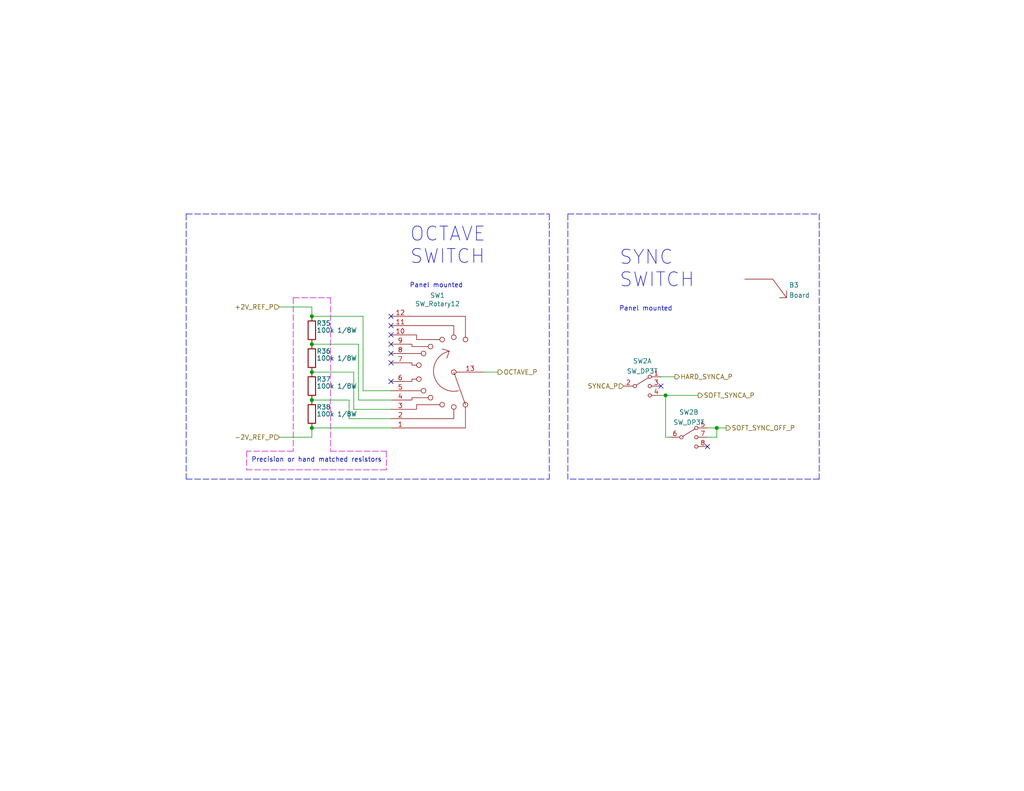
<source format=kicad_sch>
(kicad_sch (version 20211123) (generator eeschema)
  (paper "USLetter")
  (title_block (title "Sidekick VCO") (date "2022-01-30") (company "Rich Holmes / Analog Output") (comment 1 "or neighboring rights to this work. Published from United States.") (comment 2 "To the extent possible under law, Richard Holmes has waived all copyright and related ") (comment 3 "Partly based on designs by Kassutronics, Thomas Henry, and LMNC"))
  (lib_symbols
    (symbol "SW_DP3T_1" (pin_names (offset 0) hide)
      (property "Reference" "SW2" (at 0 6.8367 0))
      (property "Value" "SW_DP3T_1" (at 0 4.0616 0))
      (symbol "SW_DP3T_1_0_1"
        (circle (center -2.032 0) (radius 0.4572))
        (polyline (pts (xy -1.651 0.254) (xy 1.651 2.286)))
        (circle (center 2.032 -2.54) (radius 0.4572))
        (circle (center 2.032 0) (radius 0.4572))
        (circle (center 2.032 2.54) (radius 0.4572))
      )
      (symbol "SW_DP3T_1_1_1"
        (pin passive line (at 5.08 2.54 180) (length 2.54) (name "1") (number "1"))
        (pin passive line (at -5.08 0 0) (length 2.54) (name "2") (number "2"))
        (pin passive line (at 5.08 0 180) (length 2.54) (name "3") (number "3"))
        (pin passive line (at 5.08 -2.54 180) (length 2.54) (name "4") (number "4"))
      )
      (symbol "SW_DP3T_1_2_1"
        (pin passive line (at 5.08 2.54 180) (length 2.54) (name "5") (number "5"))
        (pin passive line (at -5.08 0 0) (length 2.54) (name "6") (number "6"))
        (pin passive line (at 5.08 0 180) (length 2.54) (name "7") (number "7"))
        (pin passive line (at 5.08 -2.54 180) (length 2.54) (name "8") (number "8"))
      )
    )
    (symbol "ao_symbols:Board" (pin_names (offset 1.016))
      (property "Reference" "B" (at 1.27 3.81 0))
      (property "Value" "Board" (at -3.175 3.81 0))
      (symbol "Board_0_1"
        (polyline (pts (xy 5.08 -2.54) (xy 3.175 -2.54)))
        (polyline (pts (xy -6.35 2.54) (xy 1.27 2.54) (xy 5.08 -2.54) (xy 5.08 -0.635)))
      )
    )
    (symbol "ao_symbols:R" (pin_numbers hide) (pin_names (offset 0))
      (property "Reference" "R" (at 2.032 0 90))
      (property "Value" "R" (at 0 0 90))
      (symbol "R_0_1"
        (rectangle (start -1.016 -2.54) (end 1.016 2.54) (stroke (width 0.254)))
      )
      (symbol "R_1_1"
        (pin passive line (at 0 3.81 270) (length 1.27) (name "~") (number "1"))
        (pin passive line (at 0 -3.81 90) (length 1.27) (name "~") (number "2"))
      )
    )
    (symbol "ao_symbols:SW_Rotary12" (pin_names (offset 1.016) hide)
      (property "Reference" "SW" (at 0 17.78 0))
      (property "Value" "SW_Rotary12" (at 0 -17.78 0))
      (symbol "SW_Rotary12_0_0"
        (circle (center -10.16 -8.89) (radius 0.635))
        (circle (center -10.16 8.89) (radius 0.635))
        (circle (center -6.985 -9.525) (radius 0.635))
        (circle (center -6.985 0) (radius 0.635))
        (circle (center -6.985 9.525) (radius 0.635))
        (arc (start -5.715 -5.715) (mid -1.6023 0.949) (end -8.255 5.08))
        (circle (center -3.81 -8.89) (radius 0.635))
        (circle (center -3.81 8.89) (radius 0.635))
        (circle (center -0.635 -6.985) (radius 0.635))
        (circle (center -0.635 6.985) (radius 0.635))
        (polyline (pts (xy -6.985 0) (xy -10.16 8.89)))
        (polyline (pts (xy -5.715 -5.715) (xy -5.08 -3.81)))
        (polyline (pts (xy -5.715 -5.715) (xy -3.81 -6.35)))
        (polyline (pts (xy 1.905 -5.08) (xy 5.08 -5.08)))
        (polyline (pts (xy 1.905 5.08) (xy 5.08 5.08)))
        (polyline (pts (xy -10.16 -9.525) (xy -10.16 -15.24) (xy 5.08 -15.24)))
        (polyline (pts (xy -10.16 9.525) (xy -10.16 15.24) (xy 5.08 15.24)))
        (polyline (pts (xy -6.985 -10.16) (xy -6.985 -12.7) (xy 5.08 -12.7)))
        (polyline (pts (xy -6.985 10.16) (xy -6.985 12.7) (xy 5.08 12.7)))
        (polyline (pts (xy -3.175 -8.89) (xy 3.175 -8.89) (xy 3.175 -10.16) (xy 5.08 -10.16)))
        (polyline (pts (xy -3.175 8.89) (xy 3.175 8.89) (xy 3.175 10.16) (xy 5.08 10.16)))
        (polyline (pts (xy 0 -6.985) (xy 4.445 -6.985) (xy 4.445 -7.62) (xy 5.08 -7.62)))
        (polyline (pts (xy 0 6.985) (xy 4.445 6.985) (xy 4.445 7.62) (xy 5.08 7.62)))
        (polyline (pts (xy 3.175 -1.905) (xy 4.445 -1.905) (xy 4.445 -2.54) (xy 5.08 -2.54)))
        (polyline (pts (xy 3.175 1.905) (xy 4.445 1.905) (xy 4.445 2.54) (xy 5.08 2.54)))
        (circle (center 1.27 -5.08) (radius 0.635))
        (circle (center 1.27 5.08) (radius 0.635))
        (circle (center 2.54 -1.905) (radius 0.635))
        (circle (center 2.54 1.905) (radius 0.635))
      )
      (symbol "SW_Rotary12_0_1"
        (pin passive line (at 10.16 15.24 180) (length 5.08) (name "1") (number "1"))
        (pin passive line (at 10.16 -10.16 180) (length 5.08) (name "10") (number "10"))
        (pin passive line (at 10.16 -12.7 180) (length 5.08) (name "11") (number "11"))
        (pin passive line (at 10.16 -15.24 180) (length 5.08) (name "12") (number "12"))
        (pin passive line (at -15.24 0 0) (length 7.62) (name "13") (number "13"))
        (pin passive line (at 10.16 12.7 180) (length 5.08) (name "2") (number "2"))
        (pin passive line (at 10.16 10.16 180) (length 5.08) (name "3") (number "3"))
        (pin passive line (at 10.16 7.62 180) (length 5.08) (name "4") (number "4"))
        (pin passive line (at 10.16 5.08 180) (length 5.08) (name "5") (number "5"))
        (pin passive line (at 10.16 2.54 180) (length 5.08) (name "6") (number "6"))
        (pin passive line (at 10.16 -2.54 180) (length 5.08) (name "7") (number "7"))
        (pin passive line (at 10.16 -5.08 180) (length 5.08) (name "8") (number "8"))
        (pin passive line (at 10.16 -7.62 180) (length 5.08) (name "9") (number "9"))
      )
    )
    (symbol "herovco:SW_DP3T" (pin_names (offset 0) hide)
      (property "Reference" "SW2" (at 0 6.8367 0))
      (property "Value" "SW_DP3T" (at 0 4.0616 0))
      (symbol "SW_DP3T_0_1"
        (circle (center -2.032 0) (radius 0.4572))
        (polyline (pts (xy -1.651 0.254) (xy 1.651 2.286)))
        (circle (center 2.032 -2.54) (radius 0.4572))
        (circle (center 2.032 0) (radius 0.4572))
        (circle (center 2.032 2.54) (radius 0.4572))
      )
      (symbol "SW_DP3T_1_1"
        (pin passive line (at 5.08 2.54 180) (length 2.54) (name "1") (number "1"))
        (pin passive line (at -5.08 0 0) (length 2.54) (name "2") (number "2"))
        (pin passive line (at 5.08 0 180) (length 2.54) (name "3") (number "3"))
        (pin passive line (at 5.08 -2.54 180) (length 2.54) (name "4") (number "4"))
      )
      (symbol "SW_DP3T_2_1"
        (pin passive line (at 5.08 2.54 180) (length 2.54) (name "5") (number "5"))
        (pin passive line (at -5.08 0 0) (length 2.54) (name "6") (number "6"))
        (pin passive line (at 5.08 0 180) (length 2.54) (name "7") (number "7"))
        (pin passive line (at 5.08 -2.54 180) (length 2.54) (name "8") (number "8"))
      )
    )
  )
  (junction (at 85.09 109.22))
  (junction (at 181.61 107.95))
  (junction (at 85.09 93.98))
  (junction (at 85.09 101.6))
  (junction (at 85.09 86.36))
  (junction (at 195.58 116.84))
  (junction (at 85.09 116.84))
  (no_connect (at 193.04 121.92))
  (no_connect (at 106.68 93.98))
  (no_connect (at 106.68 88.9))
  (no_connect (at 106.68 91.44))
  (no_connect (at 106.68 86.36))
  (no_connect (at 106.68 104.14))
  (no_connect (at 106.68 96.52))
  (no_connect (at 106.68 99.06))
  (no_connect (at 180.34 105.41))
  (wire (pts (xy 76.2 83.82) (xy 85.09 83.82)))
  (polyline (pts (xy 80.01 123.19) (xy 67.31 123.19)) (stroke (width 0) (color 194 0 194 1)))
  (wire (pts (xy 95.25 114.3) (xy 106.68 114.3)))
  (wire (pts (xy 85.09 101.6) (xy 96.52 101.6)))
  (wire (pts (xy 85.09 93.98) (xy 97.79 93.98)))
  (wire (pts (xy 182.88 119.38) (xy 181.61 119.38)))
  (wire (pts (xy 135.89 101.6) (xy 132.08 101.6)))
  (wire (pts (xy 99.06 106.68) (xy 106.68 106.68)))
  (polyline (pts (xy 50.8 58.42) (xy 50.8 130.81)))
  (wire (pts (xy 198.12 116.84) (xy 195.58 116.84)))
  (wire (pts (xy 193.04 119.38) (xy 195.58 119.38)))
  (polyline (pts (xy 154.94 58.42) (xy 154.94 130.81)))
  (polyline (pts (xy 223.52 58.42) (xy 223.52 130.81)))
  (polyline (pts (xy 149.86 58.42) (xy 149.86 130.81)))
  (wire (pts (xy 85.09 116.84) (xy 106.68 116.84)))
  (polyline (pts (xy 90.17 81.28) (xy 90.17 123.19)) (stroke (width 0) (color 194 0 194 1)))
  (wire (pts (xy 95.25 109.22) (xy 95.25 114.3)))
  (polyline (pts (xy 90.17 123.19) (xy 105.41 123.19)) (stroke (width 0) (color 194 0 194 1)))
  (polyline (pts (xy 105.41 128.27) (xy 67.31 128.27)) (stroke (width 0) (color 194 0 194 1)))
  (wire (pts (xy 97.79 93.98) (xy 97.79 109.22)))
  (polyline (pts (xy 80.01 81.28) (xy 90.17 81.28)) (stroke (width 0) (color 194 0 194 1)))
  (wire (pts (xy 96.52 111.76) (xy 106.68 111.76)))
  (wire (pts (xy 195.58 116.84) (xy 193.04 116.84)))
  (wire (pts (xy 97.79 109.22) (xy 106.68 109.22)))
  (wire (pts (xy 96.52 101.6) (xy 96.52 111.76)))
  (wire (pts (xy 184.15 102.87) (xy 180.34 102.87)))
  (wire (pts (xy 85.09 86.36) (xy 99.06 86.36)))
  (wire (pts (xy 181.61 119.38) (xy 181.61 107.95)))
  (wire (pts (xy 190.5 107.95) (xy 181.61 107.95)))
  (wire (pts (xy 85.09 109.22) (xy 95.25 109.22)))
  (wire (pts (xy 181.61 107.95) (xy 180.34 107.95)))
  (wire (pts (xy 195.58 119.38) (xy 195.58 116.84)))
  (wire (pts (xy 99.06 86.36) (xy 99.06 106.68)))
  (wire (pts (xy 85.09 116.84) (xy 85.09 119.38)))
  (polyline (pts (xy 154.94 58.42) (xy 223.52 58.42)))
  (wire (pts (xy 76.2 119.38) (xy 85.09 119.38)))
  (polyline (pts (xy 80.01 81.28) (xy 80.01 123.19)) (stroke (width 0) (color 194 0 194 1)))
  (polyline (pts (xy 67.31 123.19) (xy 67.31 128.27)) (stroke (width 0) (color 194 0 194 1)))
  (polyline (pts (xy 223.52 130.81) (xy 154.94 130.81)))
  (polyline (pts (xy 50.8 130.81) (xy 149.86 130.81)))
  (wire (pts (xy 85.09 83.82) (xy 85.09 86.36)))
  (polyline (pts (xy 105.41 123.19) (xy 105.41 128.27)) (stroke (width 0) (color 194 0 194 1)))
  (polyline (pts (xy 50.8 58.42) (xy 149.86 58.42)))
  (text "Panel mounted" (at 111.76 78.74 0) (effects (font (size 1.27 1.27)) (justify left bottom)))
  (text "SYNC\nSWITCH" (at 168.91 78.74 0) (effects (font (size 3.81 3.81)) (justify left bottom)))
  (text "OCTAVE\nSWITCH" (at 111.76 72.39 0) (effects (font (size 3.81 3.81)) (justify left bottom)))
  (text "Precision or hand matched resistors" (at 68.58 126.365 0) (effects (font (size 1.27 1.27)) (justify left bottom)))
  (text "Panel mounted" (at 168.91 85.09 0) (effects (font (size 1.27 1.27)) (justify left bottom)))
  (hierarchical_label "OCTAVE_P" (shape output) (at 135.89 101.6 0))
  (hierarchical_label "+2V_REF_P" (shape input) (at 76.2 83.82 180))
  (hierarchical_label "-2V_REF_P" (shape input) (at 76.2 119.38 180))
  (hierarchical_label "SOFT_SYNC_OFF_P" (shape output) (at 198.12 116.84 0))
  (hierarchical_label "SYNCA_P" (shape input) (at 170.18 105.41 180))
  (hierarchical_label "HARD_SYNCA_P" (shape output) (at 184.15 102.87 0))
  (hierarchical_label "SOFT_SYNCA_P" (shape output) (at 190.5 107.95 0))
  (symbol (lib_id "ao_symbols:SW_Rotary12") (at 116.84 101.6 180) (unit 1)
    (property "Reference" "SW1" (at 119.38 80.645 0))
    (property "Value" "SW_Rotary12" (at 119.38 82.9564 0))
    (property "Footprint" "ao_tht:Rotary_Switch" (effects hide))
    (property "Datasheet" "http://cdn-reichelt.de/documents/datenblatt/C200/DS-Serie%23LOR.pdf" (effects hide))
    (property "Vendor" "Tayda" (effects hide))
    (property "SKU" "A-1893" (effects hide))
  )
  (symbol (lib_id "ao_symbols:R") (at 85.09 90.17 0) (mirror x) (unit 1)
    (property "Reference" "R35" (at 86.36 88.265 0) (effects (justify left)))
    (property "Value" "100k 1/8W" (at 86.36 90.17 0) (effects (justify left)))
    (property "Footprint" "ao_tht:R_Axial_DIN0207_L6.3mm_D2.5mm_P10.16mm_Horizontal" (effects hide))
    (property "Vendor" "Tayda" (effects hide))
  )
  (symbol (lib_id "ao_symbols:R") (at 85.09 97.79 0) (mirror x) (unit 1)
    (property "Reference" "R36" (at 86.36 95.885 0) (effects (justify left)))
    (property "Value" "100k 1/8W" (at 86.36 97.79 0) (effects (justify left)))
    (property "Footprint" "ao_tht:R_Axial_DIN0207_L6.3mm_D2.5mm_P10.16mm_Horizontal" (effects hide))
    (property "Vendor" "Tayda" (effects hide))
  )
  (symbol (lib_id "ao_symbols:R") (at 85.09 105.41 0) (mirror x) (unit 1)
    (property "Reference" "R37" (at 86.36 103.505 0) (effects (justify left)))
    (property "Value" "100k 1/8W" (at 86.36 105.41 0) (effects (justify left)))
    (property "Footprint" "ao_tht:R_Axial_DIN0207_L6.3mm_D2.5mm_P10.16mm_Horizontal" (effects hide))
    (property "Vendor" "Tayda" (effects hide))
  )
  (symbol (lib_id "ao_symbols:R") (at 85.09 113.03 0) (mirror x) (unit 1)
    (property "Reference" "R38" (at 86.36 111.125 0) (effects (justify left)))
    (property "Value" "100k 1/8W" (at 86.36 113.03 0) (effects (justify left)))
    (property "Footprint" "ao_tht:R_Axial_DIN0207_L6.3mm_D2.5mm_P10.16mm_Horizontal" (effects hide))
    (property "Vendor" "Tayda" (effects hide))
  )
  (symbol (lib_name "SW_DP3T_1") (lib_id "herovco:SW_DP3T") (at 175.26 105.41 0) (unit 1)
    (property "Reference" "SW2" (at 175.26 98.5733 0))
    (property "Value" "SW_DP3T" (at 175.26 101.3484 0))
    (property "Footprint" "herovco:SW_CK_OS203012MU5QP1_DP3T" (effects hide))
    (property "Manufacturer" "C&K" (effects hide))
    (property "Part" "OS203012MU5QP1‎" (effects hide))
    (property "Vendor" "Digi-Key" (effects hide))
    (property "SKU" "CKN9554-ND" (effects hide))
  )
  (symbol (lib_id "herovco:SW_DP3T") (at 187.96 119.38 0) (unit 2)
    (property "Reference" "SW2" (at 187.96 112.5433 0))
    (property "Value" "SW_DP3T" (at 187.96 115.3184 0))
    (property "Footprint" "herovco:SW_CK_OS203012MU5QP1_DP3T" (effects hide))
    (property "Manufacturer" "C&K" (effects hide))
    (property "Part" "OS203012MU5QP1‎" (effects hide))
    (property "Vendor" "Digi-Key" (effects hide))
    (property "SKU" "CKN9554-ND" (effects hide))
  )
  (symbol (lib_id "ao_symbols:Board") (at 209.55 78.74 0) (unit 1)
    (property "Reference" "B3" (at 215.265 77.8315 0) (effects (justify left)))
    (property "Value" "Board" (at 215.265 80.6066 0) (effects (justify left)))
    (property "Footprint" "ao_tht:Board_Marker" (effects hide))
    (property "Config" "DNF" (effects hide))
  )
)
</source>
